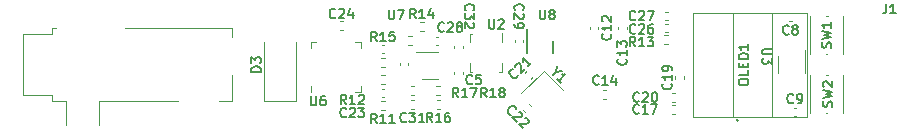
<source format=gto>
G04 #@! TF.GenerationSoftware,KiCad,Pcbnew,(5.99.0-3540-g0818bd05d)*
G04 #@! TF.CreationDate,2020-10-04T20:53:55-07:00*
G04 #@! TF.ProjectId,RT_USB_PD_Soldering_Iron,52545f55-5342-45f5-9044-5f536f6c6465,rev?*
G04 #@! TF.SameCoordinates,PX5f5e100PY7735940*
G04 #@! TF.FileFunction,Legend,Top*
G04 #@! TF.FilePolarity,Positive*
%FSLAX46Y46*%
G04 Gerber Fmt 4.6, Leading zero omitted, Abs format (unit mm)*
G04 Created by KiCad (PCBNEW (5.99.0-3540-g0818bd05d)) date 2020-10-04 20:53:55*
%MOMM*%
%LPD*%
G01*
G04 APERTURE LIST*
%ADD10C,0.150000*%
%ADD11C,0.120000*%
%ADD12C,0.100000*%
G04 APERTURE END LIST*
D10*
G04 #@! TO.C,C21*
X39849381Y-866234D02*
X39849381Y-920109D01*
X39795506Y-1027858D01*
X39741631Y-1081733D01*
X39633882Y-1135608D01*
X39526132Y-1135608D01*
X39445320Y-1108671D01*
X39310633Y-1027858D01*
X39229821Y-947046D01*
X39149009Y-812359D01*
X39122071Y-731547D01*
X39122071Y-623797D01*
X39175946Y-516048D01*
X39229821Y-462173D01*
X39337570Y-408298D01*
X39391445Y-408298D01*
X39606944Y-192799D02*
X39606944Y-138924D01*
X39633882Y-58112D01*
X39768569Y76575D01*
X39849381Y103513D01*
X39903256Y103513D01*
X39984068Y76575D01*
X40037943Y22700D01*
X40091818Y-85049D01*
X40091818Y-731547D01*
X40442004Y-381361D01*
X40980752Y157387D02*
X40657503Y-165861D01*
X40819128Y-4237D02*
X40253442Y561448D01*
X40280380Y426761D01*
X40280380Y319012D01*
X40253442Y238200D01*
G04 #@! TO.C,OLED1*
X58534187Y-1547314D02*
X58534187Y-1394933D01*
X58572283Y-1318742D01*
X58648473Y-1242552D01*
X58800854Y-1204457D01*
X59067521Y-1204457D01*
X59219902Y-1242552D01*
X59296092Y-1318742D01*
X59334187Y-1394933D01*
X59334187Y-1547314D01*
X59296092Y-1623504D01*
X59219902Y-1699695D01*
X59067521Y-1737790D01*
X58800854Y-1737790D01*
X58648473Y-1699695D01*
X58572283Y-1623504D01*
X58534187Y-1547314D01*
X59334187Y-480647D02*
X59334187Y-861599D01*
X58534187Y-861599D01*
X58915140Y-213980D02*
X58915140Y52686D01*
X59334187Y166972D02*
X59334187Y-213980D01*
X58534187Y-213980D01*
X58534187Y166972D01*
X59334187Y509829D02*
X58534187Y509829D01*
X58534187Y700305D01*
X58572283Y814591D01*
X58648473Y890782D01*
X58724663Y928877D01*
X58877044Y966972D01*
X58991330Y966972D01*
X59143711Y928877D01*
X59219902Y890782D01*
X59296092Y814591D01*
X59334187Y700305D01*
X59334187Y509829D01*
X59334187Y1728877D02*
X59334187Y1271734D01*
X59334187Y1500305D02*
X58534187Y1500305D01*
X58648473Y1424115D01*
X58724663Y1347924D01*
X58762759Y1271734D01*
G04 #@! TO.C,J1*
X71033333Y5138096D02*
X71033333Y4566667D01*
X70995238Y4452381D01*
X70919047Y4376191D01*
X70804761Y4338096D01*
X70728571Y4338096D01*
X71833333Y4338096D02*
X71376190Y4338096D01*
X71604761Y4338096D02*
X71604761Y5138096D01*
X71528571Y5023810D01*
X71452380Y4947620D01*
X71376190Y4909524D01*
G04 #@! TO.C,SW1*
X66323809Y1433334D02*
X66361904Y1547620D01*
X66361904Y1738096D01*
X66323809Y1814286D01*
X66285714Y1852381D01*
X66209523Y1890477D01*
X66133333Y1890477D01*
X66057142Y1852381D01*
X66019047Y1814286D01*
X65980952Y1738096D01*
X65942857Y1585715D01*
X65904761Y1509524D01*
X65866666Y1471429D01*
X65790476Y1433334D01*
X65714285Y1433334D01*
X65638095Y1471429D01*
X65600000Y1509524D01*
X65561904Y1585715D01*
X65561904Y1776191D01*
X65600000Y1890477D01*
X65561904Y2157143D02*
X66361904Y2347620D01*
X65790476Y2500000D01*
X66361904Y2652381D01*
X65561904Y2842858D01*
X66361904Y3566667D02*
X66361904Y3109524D01*
X66361904Y3338096D02*
X65561904Y3338096D01*
X65676190Y3261905D01*
X65752380Y3185715D01*
X65790476Y3109524D01*
G04 #@! TO.C,R17*
X34785714Y-2761904D02*
X34519047Y-2380952D01*
X34328571Y-2761904D02*
X34328571Y-1961904D01*
X34633333Y-1961904D01*
X34709523Y-2000000D01*
X34747619Y-2038095D01*
X34785714Y-2114285D01*
X34785714Y-2228571D01*
X34747619Y-2304761D01*
X34709523Y-2342857D01*
X34633333Y-2380952D01*
X34328571Y-2380952D01*
X35547619Y-2761904D02*
X35090476Y-2761904D01*
X35319047Y-2761904D02*
X35319047Y-1961904D01*
X35242857Y-2076190D01*
X35166666Y-2152380D01*
X35090476Y-2190476D01*
X35814285Y-1961904D02*
X36347619Y-1961904D01*
X36004761Y-2761904D01*
G04 #@! TO.C,C8*
X62766666Y2614286D02*
X62728571Y2576191D01*
X62614285Y2538096D01*
X62538095Y2538096D01*
X62423809Y2576191D01*
X62347619Y2652381D01*
X62309523Y2728572D01*
X62271428Y2880953D01*
X62271428Y2995239D01*
X62309523Y3147620D01*
X62347619Y3223810D01*
X62423809Y3300000D01*
X62538095Y3338096D01*
X62614285Y3338096D01*
X62728571Y3300000D01*
X62766666Y3261905D01*
X63223809Y2995239D02*
X63147619Y3033334D01*
X63109523Y3071429D01*
X63071428Y3147620D01*
X63071428Y3185715D01*
X63109523Y3261905D01*
X63147619Y3300000D01*
X63223809Y3338096D01*
X63376190Y3338096D01*
X63452380Y3300000D01*
X63490476Y3261905D01*
X63528571Y3185715D01*
X63528571Y3147620D01*
X63490476Y3071429D01*
X63452380Y3033334D01*
X63376190Y2995239D01*
X63223809Y2995239D01*
X63147619Y2957143D01*
X63109523Y2919048D01*
X63071428Y2842858D01*
X63071428Y2690477D01*
X63109523Y2614286D01*
X63147619Y2576191D01*
X63223809Y2538096D01*
X63376190Y2538096D01*
X63452380Y2576191D01*
X63490476Y2614286D01*
X63528571Y2690477D01*
X63528571Y2842858D01*
X63490476Y2919048D01*
X63452380Y2957143D01*
X63376190Y2995239D01*
G04 #@! TO.C,C12*
X47679423Y2587156D02*
X47717518Y2549061D01*
X47755613Y2434775D01*
X47755613Y2358584D01*
X47717518Y2244299D01*
X47641328Y2168108D01*
X47565137Y2130013D01*
X47412756Y2091918D01*
X47298470Y2091918D01*
X47146089Y2130013D01*
X47069899Y2168108D01*
X46993709Y2244299D01*
X46955613Y2358584D01*
X46955613Y2434775D01*
X46993709Y2549061D01*
X47031804Y2587156D01*
X47755613Y3349061D02*
X47755613Y2891918D01*
X47755613Y3120489D02*
X46955613Y3120489D01*
X47069899Y3044299D01*
X47146089Y2968108D01*
X47184185Y2891918D01*
X47031804Y3653822D02*
X46993709Y3691918D01*
X46955613Y3768108D01*
X46955613Y3958584D01*
X46993709Y4034775D01*
X47031804Y4072870D01*
X47107994Y4110965D01*
X47184185Y4110965D01*
X47298470Y4072870D01*
X47755613Y3615727D01*
X47755613Y4110965D01*
G04 #@! TO.C,C5*
X35966666Y-1585714D02*
X35928571Y-1623809D01*
X35814285Y-1661904D01*
X35738095Y-1661904D01*
X35623809Y-1623809D01*
X35547619Y-1547619D01*
X35509523Y-1471428D01*
X35471428Y-1319047D01*
X35471428Y-1204761D01*
X35509523Y-1052380D01*
X35547619Y-976190D01*
X35623809Y-900000D01*
X35738095Y-861904D01*
X35814285Y-861904D01*
X35928571Y-900000D01*
X35966666Y-938095D01*
X36690476Y-861904D02*
X36309523Y-861904D01*
X36271428Y-1242857D01*
X36309523Y-1204761D01*
X36385714Y-1166666D01*
X36576190Y-1166666D01*
X36652380Y-1204761D01*
X36690476Y-1242857D01*
X36728571Y-1319047D01*
X36728571Y-1509523D01*
X36690476Y-1585714D01*
X36652380Y-1623809D01*
X36576190Y-1661904D01*
X36385714Y-1661904D01*
X36309523Y-1623809D01*
X36271428Y-1585714D01*
G04 #@! TO.C,C20*
X50086769Y-3083841D02*
X50048674Y-3121936D01*
X49934388Y-3160031D01*
X49858197Y-3160031D01*
X49743912Y-3121936D01*
X49667721Y-3045746D01*
X49629626Y-2969555D01*
X49591531Y-2817174D01*
X49591531Y-2702888D01*
X49629626Y-2550507D01*
X49667721Y-2474317D01*
X49743912Y-2398127D01*
X49858197Y-2360031D01*
X49934388Y-2360031D01*
X50048674Y-2398127D01*
X50086769Y-2436222D01*
X50391531Y-2436222D02*
X50429626Y-2398127D01*
X50505816Y-2360031D01*
X50696293Y-2360031D01*
X50772483Y-2398127D01*
X50810578Y-2436222D01*
X50848674Y-2512412D01*
X50848674Y-2588603D01*
X50810578Y-2702888D01*
X50353435Y-3160031D01*
X50848674Y-3160031D01*
X51343912Y-2360031D02*
X51420102Y-2360031D01*
X51496293Y-2398127D01*
X51534388Y-2436222D01*
X51572483Y-2512412D01*
X51610578Y-2664793D01*
X51610578Y-2855269D01*
X51572483Y-3007650D01*
X51534388Y-3083841D01*
X51496293Y-3121936D01*
X51420102Y-3160031D01*
X51343912Y-3160031D01*
X51267721Y-3121936D01*
X51229626Y-3083841D01*
X51191531Y-3007650D01*
X51153435Y-2855269D01*
X51153435Y-2664793D01*
X51191531Y-2512412D01*
X51229626Y-2436222D01*
X51267721Y-2398127D01*
X51343912Y-2360031D01*
G04 #@! TO.C,C24*
X24385714Y4014286D02*
X24347619Y3976191D01*
X24233333Y3938096D01*
X24157142Y3938096D01*
X24042857Y3976191D01*
X23966666Y4052381D01*
X23928571Y4128572D01*
X23890476Y4280953D01*
X23890476Y4395239D01*
X23928571Y4547620D01*
X23966666Y4623810D01*
X24042857Y4700000D01*
X24157142Y4738096D01*
X24233333Y4738096D01*
X24347619Y4700000D01*
X24385714Y4661905D01*
X24690476Y4661905D02*
X24728571Y4700000D01*
X24804761Y4738096D01*
X24995238Y4738096D01*
X25071428Y4700000D01*
X25109523Y4661905D01*
X25147619Y4585715D01*
X25147619Y4509524D01*
X25109523Y4395239D01*
X24652380Y3938096D01*
X25147619Y3938096D01*
X25833333Y4471429D02*
X25833333Y3938096D01*
X25642857Y4776191D02*
X25452380Y4204762D01*
X25947619Y4204762D01*
G04 #@! TO.C,U8*
X41690476Y4638096D02*
X41690476Y3990477D01*
X41728571Y3914286D01*
X41766666Y3876191D01*
X41842857Y3838096D01*
X41995238Y3838096D01*
X42071428Y3876191D01*
X42109523Y3914286D01*
X42147619Y3990477D01*
X42147619Y4638096D01*
X42642857Y4295239D02*
X42566666Y4333334D01*
X42528571Y4371429D01*
X42490476Y4447620D01*
X42490476Y4485715D01*
X42528571Y4561905D01*
X42566666Y4600000D01*
X42642857Y4638096D01*
X42795238Y4638096D01*
X42871428Y4600000D01*
X42909523Y4561905D01*
X42947619Y4485715D01*
X42947619Y4447620D01*
X42909523Y4371429D01*
X42871428Y4333334D01*
X42795238Y4295239D01*
X42642857Y4295239D01*
X42566666Y4257143D01*
X42528571Y4219048D01*
X42490476Y4142858D01*
X42490476Y3990477D01*
X42528571Y3914286D01*
X42566666Y3876191D01*
X42642857Y3838096D01*
X42795238Y3838096D01*
X42871428Y3876191D01*
X42909523Y3914286D01*
X42947619Y3990477D01*
X42947619Y4142858D01*
X42909523Y4219048D01*
X42871428Y4257143D01*
X42795238Y4295239D01*
G04 #@! TO.C,R12*
X25285744Y-3362256D02*
X25019077Y-2981304D01*
X24828601Y-3362256D02*
X24828601Y-2562256D01*
X25133363Y-2562256D01*
X25209553Y-2600352D01*
X25247649Y-2638447D01*
X25285744Y-2714637D01*
X25285744Y-2828923D01*
X25247649Y-2905113D01*
X25209553Y-2943209D01*
X25133363Y-2981304D01*
X24828601Y-2981304D01*
X26047649Y-3362256D02*
X25590506Y-3362256D01*
X25819077Y-3362256D02*
X25819077Y-2562256D01*
X25742887Y-2676542D01*
X25666696Y-2752732D01*
X25590506Y-2790828D01*
X26352410Y-2638447D02*
X26390506Y-2600352D01*
X26466696Y-2562256D01*
X26657172Y-2562256D01*
X26733363Y-2600352D01*
X26771458Y-2638447D01*
X26809553Y-2714637D01*
X26809553Y-2790828D01*
X26771458Y-2905113D01*
X26314315Y-3362256D01*
X26809553Y-3362256D01*
G04 #@! TO.C,SW2*
X66423809Y-3566666D02*
X66461904Y-3452380D01*
X66461904Y-3261904D01*
X66423809Y-3185714D01*
X66385714Y-3147619D01*
X66309523Y-3109523D01*
X66233333Y-3109523D01*
X66157142Y-3147619D01*
X66119047Y-3185714D01*
X66080952Y-3261904D01*
X66042857Y-3414285D01*
X66004761Y-3490476D01*
X65966666Y-3528571D01*
X65890476Y-3566666D01*
X65814285Y-3566666D01*
X65738095Y-3528571D01*
X65700000Y-3490476D01*
X65661904Y-3414285D01*
X65661904Y-3223809D01*
X65700000Y-3109523D01*
X65661904Y-2842857D02*
X66461904Y-2652380D01*
X65890476Y-2500000D01*
X66461904Y-2347619D01*
X65661904Y-2157142D01*
X65738095Y-1890476D02*
X65700000Y-1852380D01*
X65661904Y-1776190D01*
X65661904Y-1585714D01*
X65700000Y-1509523D01*
X65738095Y-1471428D01*
X65814285Y-1433333D01*
X65890476Y-1433333D01*
X66004761Y-1471428D01*
X66461904Y-1928571D01*
X66461904Y-1433333D01*
G04 #@! TO.C,C26*
X49785714Y2698616D02*
X49747619Y2660521D01*
X49633333Y2622426D01*
X49557142Y2622426D01*
X49442857Y2660521D01*
X49366666Y2736711D01*
X49328571Y2812902D01*
X49290476Y2965283D01*
X49290476Y3079569D01*
X49328571Y3231950D01*
X49366666Y3308140D01*
X49442857Y3384330D01*
X49557142Y3422426D01*
X49633333Y3422426D01*
X49747619Y3384330D01*
X49785714Y3346235D01*
X50090476Y3346235D02*
X50128571Y3384330D01*
X50204761Y3422426D01*
X50395238Y3422426D01*
X50471428Y3384330D01*
X50509523Y3346235D01*
X50547619Y3270045D01*
X50547619Y3193854D01*
X50509523Y3079569D01*
X50052380Y2622426D01*
X50547619Y2622426D01*
X51233333Y3422426D02*
X51080952Y3422426D01*
X51004761Y3384330D01*
X50966666Y3346235D01*
X50890476Y3231950D01*
X50852380Y3079569D01*
X50852380Y2774807D01*
X50890476Y2698616D01*
X50928571Y2660521D01*
X51004761Y2622426D01*
X51157142Y2622426D01*
X51233333Y2660521D01*
X51271428Y2698616D01*
X51309523Y2774807D01*
X51309523Y2965283D01*
X51271428Y3041473D01*
X51233333Y3079569D01*
X51157142Y3117664D01*
X51004761Y3117664D01*
X50928571Y3079569D01*
X50890476Y3041473D01*
X50852380Y2965283D01*
G04 #@! TO.C,R18*
X37185714Y-2761904D02*
X36919047Y-2380952D01*
X36728571Y-2761904D02*
X36728571Y-1961904D01*
X37033333Y-1961904D01*
X37109523Y-2000000D01*
X37147619Y-2038095D01*
X37185714Y-2114285D01*
X37185714Y-2228571D01*
X37147619Y-2304761D01*
X37109523Y-2342857D01*
X37033333Y-2380952D01*
X36728571Y-2380952D01*
X37947619Y-2761904D02*
X37490476Y-2761904D01*
X37719047Y-2761904D02*
X37719047Y-1961904D01*
X37642857Y-2076190D01*
X37566666Y-2152380D01*
X37490476Y-2190476D01*
X38404761Y-2304761D02*
X38328571Y-2266666D01*
X38290476Y-2228571D01*
X38252380Y-2152380D01*
X38252380Y-2114285D01*
X38290476Y-2038095D01*
X38328571Y-2000000D01*
X38404761Y-1961904D01*
X38557142Y-1961904D01*
X38633333Y-2000000D01*
X38671428Y-2038095D01*
X38709523Y-2114285D01*
X38709523Y-2152380D01*
X38671428Y-2228571D01*
X38633333Y-2266666D01*
X38557142Y-2304761D01*
X38404761Y-2304761D01*
X38328571Y-2342857D01*
X38290476Y-2380952D01*
X38252380Y-2457142D01*
X38252380Y-2609523D01*
X38290476Y-2685714D01*
X38328571Y-2723809D01*
X38404761Y-2761904D01*
X38557142Y-2761904D01*
X38633333Y-2723809D01*
X38671428Y-2685714D01*
X38709523Y-2609523D01*
X38709523Y-2457142D01*
X38671428Y-2380952D01*
X38633333Y-2342857D01*
X38557142Y-2304761D01*
G04 #@! TO.C,D3*
X18061904Y-590476D02*
X17261904Y-590476D01*
X17261904Y-400000D01*
X17300000Y-285714D01*
X17376190Y-209523D01*
X17452380Y-171428D01*
X17604761Y-133333D01*
X17719047Y-133333D01*
X17871428Y-171428D01*
X17947619Y-209523D01*
X18023809Y-285714D01*
X18061904Y-400000D01*
X18061904Y-590476D01*
X17261904Y133334D02*
X17261904Y628572D01*
X17566666Y361905D01*
X17566666Y476191D01*
X17604761Y552381D01*
X17642857Y590477D01*
X17719047Y628572D01*
X17909523Y628572D01*
X17985714Y590477D01*
X18023809Y552381D01*
X18061904Y476191D01*
X18061904Y247620D01*
X18023809Y171429D01*
X17985714Y133334D01*
G04 #@! TO.C,U6*
X22290476Y-2661904D02*
X22290476Y-3309523D01*
X22328571Y-3385714D01*
X22366666Y-3423809D01*
X22442857Y-3461904D01*
X22595238Y-3461904D01*
X22671428Y-3423809D01*
X22709523Y-3385714D01*
X22747619Y-3309523D01*
X22747619Y-2661904D01*
X23471428Y-2661904D02*
X23319047Y-2661904D01*
X23242857Y-2700000D01*
X23204761Y-2738095D01*
X23128571Y-2852380D01*
X23090476Y-3004761D01*
X23090476Y-3309523D01*
X23128571Y-3385714D01*
X23166666Y-3423809D01*
X23242857Y-3461904D01*
X23395238Y-3461904D01*
X23471428Y-3423809D01*
X23509523Y-3385714D01*
X23547619Y-3309523D01*
X23547619Y-3119047D01*
X23509523Y-3042857D01*
X23471428Y-3004761D01*
X23395238Y-2966666D01*
X23242857Y-2966666D01*
X23166666Y-3004761D01*
X23128571Y-3042857D01*
X23090476Y-3119047D01*
G04 #@! TO.C,R11*
X27885714Y-4961904D02*
X27619047Y-4580952D01*
X27428571Y-4961904D02*
X27428571Y-4161904D01*
X27733333Y-4161904D01*
X27809523Y-4200000D01*
X27847619Y-4238095D01*
X27885714Y-4314285D01*
X27885714Y-4428571D01*
X27847619Y-4504761D01*
X27809523Y-4542857D01*
X27733333Y-4580952D01*
X27428571Y-4580952D01*
X28647619Y-4961904D02*
X28190476Y-4961904D01*
X28419047Y-4961904D02*
X28419047Y-4161904D01*
X28342857Y-4276190D01*
X28266666Y-4352380D01*
X28190476Y-4390476D01*
X29409523Y-4961904D02*
X28952380Y-4961904D01*
X29180952Y-4961904D02*
X29180952Y-4161904D01*
X29104761Y-4276190D01*
X29028571Y-4352380D01*
X28952380Y-4390476D01*
G04 #@! TO.C,C13*
X48985714Y485715D02*
X49023809Y447620D01*
X49061904Y333334D01*
X49061904Y257143D01*
X49023809Y142858D01*
X48947619Y66667D01*
X48871428Y28572D01*
X48719047Y-9523D01*
X48604761Y-9523D01*
X48452380Y28572D01*
X48376190Y66667D01*
X48300000Y142858D01*
X48261904Y257143D01*
X48261904Y333334D01*
X48300000Y447620D01*
X48338095Y485715D01*
X49061904Y1247620D02*
X49061904Y790477D01*
X49061904Y1019048D02*
X48261904Y1019048D01*
X48376190Y942858D01*
X48452380Y866667D01*
X48490476Y790477D01*
X48261904Y1514286D02*
X48261904Y2009524D01*
X48566666Y1742858D01*
X48566666Y1857143D01*
X48604761Y1933334D01*
X48642857Y1971429D01*
X48719047Y2009524D01*
X48909523Y2009524D01*
X48985714Y1971429D01*
X49023809Y1933334D01*
X49061904Y1857143D01*
X49061904Y1628572D01*
X49023809Y1552381D01*
X48985714Y1514286D01*
G04 #@! TO.C,C23*
X25285797Y-4385693D02*
X25247702Y-4423788D01*
X25133416Y-4461883D01*
X25057225Y-4461883D01*
X24942940Y-4423788D01*
X24866749Y-4347598D01*
X24828654Y-4271407D01*
X24790559Y-4119026D01*
X24790559Y-4004740D01*
X24828654Y-3852359D01*
X24866749Y-3776169D01*
X24942940Y-3699979D01*
X25057225Y-3661883D01*
X25133416Y-3661883D01*
X25247702Y-3699979D01*
X25285797Y-3738074D01*
X25590559Y-3738074D02*
X25628654Y-3699979D01*
X25704844Y-3661883D01*
X25895321Y-3661883D01*
X25971511Y-3699979D01*
X26009606Y-3738074D01*
X26047702Y-3814264D01*
X26047702Y-3890455D01*
X26009606Y-4004740D01*
X25552463Y-4461883D01*
X26047702Y-4461883D01*
X26314368Y-3661883D02*
X26809606Y-3661883D01*
X26542940Y-3966645D01*
X26657225Y-3966645D01*
X26733416Y-4004740D01*
X26771511Y-4042836D01*
X26809606Y-4119026D01*
X26809606Y-4309502D01*
X26771511Y-4385693D01*
X26733416Y-4423788D01*
X26657225Y-4461883D01*
X26428654Y-4461883D01*
X26352463Y-4423788D01*
X26314368Y-4385693D01*
G04 #@! TO.C,R13*
X49785714Y1538096D02*
X49519047Y1919048D01*
X49328571Y1538096D02*
X49328571Y2338096D01*
X49633333Y2338096D01*
X49709523Y2300000D01*
X49747619Y2261905D01*
X49785714Y2185715D01*
X49785714Y2071429D01*
X49747619Y1995239D01*
X49709523Y1957143D01*
X49633333Y1919048D01*
X49328571Y1919048D01*
X50547619Y1538096D02*
X50090476Y1538096D01*
X50319047Y1538096D02*
X50319047Y2338096D01*
X50242857Y2223810D01*
X50166666Y2147620D01*
X50090476Y2109524D01*
X50814285Y2338096D02*
X51309523Y2338096D01*
X51042857Y2033334D01*
X51157142Y2033334D01*
X51233333Y1995239D01*
X51271428Y1957143D01*
X51309523Y1880953D01*
X51309523Y1690477D01*
X51271428Y1614286D01*
X51233333Y1576191D01*
X51157142Y1538096D01*
X50928571Y1538096D01*
X50852380Y1576191D01*
X50814285Y1614286D01*
G04 #@! TO.C,U7*
X28890476Y4638096D02*
X28890476Y3990477D01*
X28928571Y3914286D01*
X28966666Y3876191D01*
X29042857Y3838096D01*
X29195238Y3838096D01*
X29271428Y3876191D01*
X29309523Y3914286D01*
X29347619Y3990477D01*
X29347619Y4638096D01*
X29652380Y4638096D02*
X30185714Y4638096D01*
X29842857Y3838096D01*
G04 #@! TO.C,U3*
X61338095Y1309524D02*
X60690476Y1309524D01*
X60614285Y1271429D01*
X60576190Y1233334D01*
X60538095Y1157143D01*
X60538095Y1004762D01*
X60576190Y928572D01*
X60614285Y890477D01*
X60690476Y852381D01*
X61338095Y852381D01*
X61338095Y547620D02*
X61338095Y52381D01*
X61033333Y319048D01*
X61033333Y204762D01*
X60995238Y128572D01*
X60957142Y90477D01*
X60880952Y52381D01*
X60690476Y52381D01*
X60614285Y90477D01*
X60576190Y128572D01*
X60538095Y204762D01*
X60538095Y433334D01*
X60576190Y509524D01*
X60614285Y547620D01*
G04 #@! TO.C,C32*
X35414285Y4614286D02*
X35376190Y4652381D01*
X35338095Y4766667D01*
X35338095Y4842858D01*
X35376190Y4957143D01*
X35452380Y5033334D01*
X35528571Y5071429D01*
X35680952Y5109524D01*
X35795238Y5109524D01*
X35947619Y5071429D01*
X36023809Y5033334D01*
X36100000Y4957143D01*
X36138095Y4842858D01*
X36138095Y4766667D01*
X36100000Y4652381D01*
X36061904Y4614286D01*
X36138095Y4347620D02*
X36138095Y3852381D01*
X35833333Y4119048D01*
X35833333Y4004762D01*
X35795238Y3928572D01*
X35757142Y3890477D01*
X35680952Y3852381D01*
X35490476Y3852381D01*
X35414285Y3890477D01*
X35376190Y3928572D01*
X35338095Y4004762D01*
X35338095Y4233334D01*
X35376190Y4309524D01*
X35414285Y4347620D01*
X36061904Y3547620D02*
X36100000Y3509524D01*
X36138095Y3433334D01*
X36138095Y3242858D01*
X36100000Y3166667D01*
X36061904Y3128572D01*
X35985714Y3090477D01*
X35909523Y3090477D01*
X35795238Y3128572D01*
X35338095Y3585715D01*
X35338095Y3090477D01*
G04 #@! TO.C,R14*
X31197790Y3910244D02*
X30931123Y4291196D01*
X30740647Y3910244D02*
X30740647Y4710244D01*
X31045409Y4710244D01*
X31121599Y4672148D01*
X31159695Y4634053D01*
X31197790Y4557863D01*
X31197790Y4443577D01*
X31159695Y4367387D01*
X31121599Y4329291D01*
X31045409Y4291196D01*
X30740647Y4291196D01*
X31959695Y3910244D02*
X31502552Y3910244D01*
X31731123Y3910244D02*
X31731123Y4710244D01*
X31654933Y4595958D01*
X31578742Y4519768D01*
X31502552Y4481672D01*
X32645409Y4443577D02*
X32645409Y3910244D01*
X32454933Y4748339D02*
X32264456Y4176910D01*
X32759695Y4176910D01*
G04 #@! TO.C,C31*
X30385714Y-4785714D02*
X30347619Y-4823809D01*
X30233333Y-4861904D01*
X30157142Y-4861904D01*
X30042857Y-4823809D01*
X29966666Y-4747619D01*
X29928571Y-4671428D01*
X29890476Y-4519047D01*
X29890476Y-4404761D01*
X29928571Y-4252380D01*
X29966666Y-4176190D01*
X30042857Y-4100000D01*
X30157142Y-4061904D01*
X30233333Y-4061904D01*
X30347619Y-4100000D01*
X30385714Y-4138095D01*
X30652380Y-4061904D02*
X31147619Y-4061904D01*
X30880952Y-4366666D01*
X30995238Y-4366666D01*
X31071428Y-4404761D01*
X31109523Y-4442857D01*
X31147619Y-4519047D01*
X31147619Y-4709523D01*
X31109523Y-4785714D01*
X31071428Y-4823809D01*
X30995238Y-4861904D01*
X30766666Y-4861904D01*
X30690476Y-4823809D01*
X30652380Y-4785714D01*
X31909523Y-4861904D02*
X31452380Y-4861904D01*
X31680952Y-4861904D02*
X31680952Y-4061904D01*
X31604761Y-4176190D01*
X31528571Y-4252380D01*
X31452380Y-4290476D01*
G04 #@! TO.C,C19*
X52785714Y-1614285D02*
X52823809Y-1652380D01*
X52861904Y-1766666D01*
X52861904Y-1842857D01*
X52823809Y-1957142D01*
X52747619Y-2033333D01*
X52671428Y-2071428D01*
X52519047Y-2109523D01*
X52404761Y-2109523D01*
X52252380Y-2071428D01*
X52176190Y-2033333D01*
X52100000Y-1957142D01*
X52061904Y-1842857D01*
X52061904Y-1766666D01*
X52100000Y-1652380D01*
X52138095Y-1614285D01*
X52861904Y-852380D02*
X52861904Y-1309523D01*
X52861904Y-1080952D02*
X52061904Y-1080952D01*
X52176190Y-1157142D01*
X52252380Y-1233333D01*
X52290476Y-1309523D01*
X52861904Y-471428D02*
X52861904Y-319047D01*
X52823809Y-242857D01*
X52785714Y-204761D01*
X52671428Y-128571D01*
X52519047Y-90476D01*
X52214285Y-90476D01*
X52138095Y-128571D01*
X52100000Y-166666D01*
X52061904Y-242857D01*
X52061904Y-395238D01*
X52100000Y-471428D01*
X52138095Y-509523D01*
X52214285Y-547619D01*
X52404761Y-547619D01*
X52480952Y-509523D01*
X52519047Y-471428D01*
X52557142Y-395238D01*
X52557142Y-242857D01*
X52519047Y-166666D01*
X52480952Y-128571D01*
X52404761Y-90476D01*
G04 #@! TO.C,C29*
X39614285Y4614286D02*
X39576190Y4652381D01*
X39538095Y4766667D01*
X39538095Y4842858D01*
X39576190Y4957143D01*
X39652380Y5033334D01*
X39728571Y5071429D01*
X39880952Y5109524D01*
X39995238Y5109524D01*
X40147619Y5071429D01*
X40223809Y5033334D01*
X40300000Y4957143D01*
X40338095Y4842858D01*
X40338095Y4766667D01*
X40300000Y4652381D01*
X40261904Y4614286D01*
X40261904Y4309524D02*
X40300000Y4271429D01*
X40338095Y4195239D01*
X40338095Y4004762D01*
X40300000Y3928572D01*
X40261904Y3890477D01*
X40185714Y3852381D01*
X40109523Y3852381D01*
X39995238Y3890477D01*
X39538095Y4347620D01*
X39538095Y3852381D01*
X39538095Y3471429D02*
X39538095Y3319048D01*
X39576190Y3242858D01*
X39614285Y3204762D01*
X39728571Y3128572D01*
X39880952Y3090477D01*
X40185714Y3090477D01*
X40261904Y3128572D01*
X40300000Y3166667D01*
X40338095Y3242858D01*
X40338095Y3395239D01*
X40300000Y3471429D01*
X40261904Y3509524D01*
X40185714Y3547620D01*
X39995238Y3547620D01*
X39919047Y3509524D01*
X39880952Y3471429D01*
X39842857Y3395239D01*
X39842857Y3242858D01*
X39880952Y3166667D01*
X39919047Y3128572D01*
X39995238Y3090477D01*
G04 #@! TO.C,C17*
X50087115Y-4092030D02*
X50049020Y-4130125D01*
X49934734Y-4168220D01*
X49858543Y-4168220D01*
X49744258Y-4130125D01*
X49668067Y-4053935D01*
X49629972Y-3977744D01*
X49591877Y-3825363D01*
X49591877Y-3711077D01*
X49629972Y-3558696D01*
X49668067Y-3482506D01*
X49744258Y-3406316D01*
X49858543Y-3368220D01*
X49934734Y-3368220D01*
X50049020Y-3406316D01*
X50087115Y-3444411D01*
X50849020Y-4168220D02*
X50391877Y-4168220D01*
X50620448Y-4168220D02*
X50620448Y-3368220D01*
X50544258Y-3482506D01*
X50468067Y-3558696D01*
X50391877Y-3596792D01*
X51115686Y-3368220D02*
X51649020Y-3368220D01*
X51306162Y-4168220D01*
G04 #@! TO.C,C27*
X49785714Y3827879D02*
X49747619Y3789784D01*
X49633333Y3751689D01*
X49557142Y3751689D01*
X49442857Y3789784D01*
X49366666Y3865974D01*
X49328571Y3942165D01*
X49290476Y4094546D01*
X49290476Y4208832D01*
X49328571Y4361213D01*
X49366666Y4437403D01*
X49442857Y4513593D01*
X49557142Y4551689D01*
X49633333Y4551689D01*
X49747619Y4513593D01*
X49785714Y4475498D01*
X50090476Y4475498D02*
X50128571Y4513593D01*
X50204761Y4551689D01*
X50395238Y4551689D01*
X50471428Y4513593D01*
X50509523Y4475498D01*
X50547619Y4399308D01*
X50547619Y4323117D01*
X50509523Y4208832D01*
X50052380Y3751689D01*
X50547619Y3751689D01*
X50814285Y4551689D02*
X51347619Y4551689D01*
X51004761Y3751689D01*
G04 #@! TO.C,U2*
X37390476Y3838096D02*
X37390476Y3190477D01*
X37428571Y3114286D01*
X37466666Y3076191D01*
X37542857Y3038096D01*
X37695238Y3038096D01*
X37771428Y3076191D01*
X37809523Y3114286D01*
X37847619Y3190477D01*
X37847619Y3838096D01*
X38190476Y3761905D02*
X38228571Y3800000D01*
X38304761Y3838096D01*
X38495238Y3838096D01*
X38571428Y3800000D01*
X38609523Y3761905D01*
X38647619Y3685715D01*
X38647619Y3609524D01*
X38609523Y3495239D01*
X38152380Y3038096D01*
X38647619Y3038096D01*
G04 #@! TO.C,Y1*
X43050185Y-617199D02*
X42780811Y-886573D01*
X43157935Y-132326D02*
X43050185Y-617199D01*
X43535058Y-509449D01*
X43454246Y-1560008D02*
X43130997Y-1236759D01*
X43292622Y-1398383D02*
X43858307Y-832698D01*
X43723620Y-859635D01*
X43615871Y-859635D01*
X43535058Y-832698D01*
G04 #@! TO.C,R15*
X27885714Y1967517D02*
X27619047Y2348469D01*
X27428571Y1967517D02*
X27428571Y2767517D01*
X27733333Y2767517D01*
X27809523Y2729421D01*
X27847619Y2691326D01*
X27885714Y2615136D01*
X27885714Y2500850D01*
X27847619Y2424660D01*
X27809523Y2386564D01*
X27733333Y2348469D01*
X27428571Y2348469D01*
X28647619Y1967517D02*
X28190476Y1967517D01*
X28419047Y1967517D02*
X28419047Y2767517D01*
X28342857Y2653231D01*
X28266666Y2577041D01*
X28190476Y2538945D01*
X29371428Y2767517D02*
X28990476Y2767517D01*
X28952380Y2386564D01*
X28990476Y2424660D01*
X29066666Y2462755D01*
X29257142Y2462755D01*
X29333333Y2424660D01*
X29371428Y2386564D01*
X29409523Y2310374D01*
X29409523Y2119898D01*
X29371428Y2043707D01*
X29333333Y2005612D01*
X29257142Y1967517D01*
X29066666Y1967517D01*
X28990476Y2005612D01*
X28952380Y2043707D01*
G04 #@! TO.C,C28*
X33585714Y2843707D02*
X33547619Y2805612D01*
X33433333Y2767517D01*
X33357142Y2767517D01*
X33242857Y2805612D01*
X33166666Y2881802D01*
X33128571Y2957993D01*
X33090476Y3110374D01*
X33090476Y3224660D01*
X33128571Y3377041D01*
X33166666Y3453231D01*
X33242857Y3529421D01*
X33357142Y3567517D01*
X33433333Y3567517D01*
X33547619Y3529421D01*
X33585714Y3491326D01*
X33890476Y3491326D02*
X33928571Y3529421D01*
X34004761Y3567517D01*
X34195238Y3567517D01*
X34271428Y3529421D01*
X34309523Y3491326D01*
X34347619Y3415136D01*
X34347619Y3338945D01*
X34309523Y3224660D01*
X33852380Y2767517D01*
X34347619Y2767517D01*
X34804761Y3224660D02*
X34728571Y3262755D01*
X34690476Y3300850D01*
X34652380Y3377041D01*
X34652380Y3415136D01*
X34690476Y3491326D01*
X34728571Y3529421D01*
X34804761Y3567517D01*
X34957142Y3567517D01*
X35033333Y3529421D01*
X35071428Y3491326D01*
X35109523Y3415136D01*
X35109523Y3377041D01*
X35071428Y3300850D01*
X35033333Y3262755D01*
X34957142Y3224660D01*
X34804761Y3224660D01*
X34728571Y3186564D01*
X34690476Y3148469D01*
X34652380Y3072279D01*
X34652380Y2919898D01*
X34690476Y2843707D01*
X34728571Y2805612D01*
X34804761Y2767517D01*
X34957142Y2767517D01*
X35033333Y2805612D01*
X35071428Y2843707D01*
X35109523Y2919898D01*
X35109523Y3072279D01*
X35071428Y3148469D01*
X35033333Y3186564D01*
X34957142Y3224660D01*
G04 #@! TO.C,C22*
X39234314Y-4238375D02*
X39180439Y-4238375D01*
X39072690Y-4184500D01*
X39018815Y-4130625D01*
X38964940Y-4022876D01*
X38964940Y-3915126D01*
X38991877Y-3834314D01*
X39072690Y-3699627D01*
X39153502Y-3618815D01*
X39288189Y-3538003D01*
X39369001Y-3511065D01*
X39476751Y-3511065D01*
X39584500Y-3564940D01*
X39638375Y-3618815D01*
X39692250Y-3726564D01*
X39692250Y-3780439D01*
X39907749Y-3995938D02*
X39961624Y-3995938D01*
X40042436Y-4022876D01*
X40177123Y-4157563D01*
X40204061Y-4238375D01*
X40204061Y-4292250D01*
X40177123Y-4373062D01*
X40123248Y-4426937D01*
X40015499Y-4480812D01*
X39369001Y-4480812D01*
X39719187Y-4830998D01*
X40446497Y-4534687D02*
X40500372Y-4534687D01*
X40581184Y-4561624D01*
X40715871Y-4696311D01*
X40742809Y-4777123D01*
X40742809Y-4830998D01*
X40715871Y-4911810D01*
X40661996Y-4965685D01*
X40554247Y-5019560D01*
X39907749Y-5019560D01*
X40257935Y-5369746D01*
G04 #@! TO.C,C14*
X46666562Y-1635086D02*
X46628467Y-1673181D01*
X46514181Y-1711276D01*
X46437990Y-1711276D01*
X46323705Y-1673181D01*
X46247514Y-1596991D01*
X46209419Y-1520800D01*
X46171324Y-1368419D01*
X46171324Y-1254133D01*
X46209419Y-1101752D01*
X46247514Y-1025562D01*
X46323705Y-949372D01*
X46437990Y-911276D01*
X46514181Y-911276D01*
X46628467Y-949372D01*
X46666562Y-987467D01*
X47428467Y-1711276D02*
X46971324Y-1711276D01*
X47199895Y-1711276D02*
X47199895Y-911276D01*
X47123705Y-1025562D01*
X47047514Y-1101752D01*
X46971324Y-1139848D01*
X48114181Y-1177943D02*
X48114181Y-1711276D01*
X47923705Y-873181D02*
X47733228Y-1444610D01*
X48228467Y-1444610D01*
G04 #@! TO.C,C9*
X63157010Y-3206959D02*
X63118915Y-3245054D01*
X63004629Y-3283149D01*
X62928439Y-3283149D01*
X62814153Y-3245054D01*
X62737963Y-3168864D01*
X62699867Y-3092673D01*
X62661772Y-2940292D01*
X62661772Y-2826006D01*
X62699867Y-2673625D01*
X62737963Y-2597435D01*
X62814153Y-2521245D01*
X62928439Y-2483149D01*
X63004629Y-2483149D01*
X63118915Y-2521245D01*
X63157010Y-2559340D01*
X63537963Y-3283149D02*
X63690344Y-3283149D01*
X63766534Y-3245054D01*
X63804629Y-3206959D01*
X63880820Y-3092673D01*
X63918915Y-2940292D01*
X63918915Y-2635530D01*
X63880820Y-2559340D01*
X63842724Y-2521245D01*
X63766534Y-2483149D01*
X63614153Y-2483149D01*
X63537963Y-2521245D01*
X63499867Y-2559340D01*
X63461772Y-2635530D01*
X63461772Y-2826006D01*
X63499867Y-2902197D01*
X63537963Y-2940292D01*
X63614153Y-2978387D01*
X63766534Y-2978387D01*
X63842724Y-2940292D01*
X63880820Y-2902197D01*
X63918915Y-2826006D01*
G04 #@! TO.C,R16*
X32585714Y-4861904D02*
X32319047Y-4480952D01*
X32128571Y-4861904D02*
X32128571Y-4061904D01*
X32433333Y-4061904D01*
X32509523Y-4100000D01*
X32547619Y-4138095D01*
X32585714Y-4214285D01*
X32585714Y-4328571D01*
X32547619Y-4404761D01*
X32509523Y-4442857D01*
X32433333Y-4480952D01*
X32128571Y-4480952D01*
X33347619Y-4861904D02*
X32890476Y-4861904D01*
X33119047Y-4861904D02*
X33119047Y-4061904D01*
X33042857Y-4176190D01*
X32966666Y-4252380D01*
X32890476Y-4290476D01*
X34033333Y-4061904D02*
X33880952Y-4061904D01*
X33804761Y-4100000D01*
X33766666Y-4138095D01*
X33690476Y-4252380D01*
X33652380Y-4404761D01*
X33652380Y-4709523D01*
X33690476Y-4785714D01*
X33728571Y-4823809D01*
X33804761Y-4861904D01*
X33957142Y-4861904D01*
X34033333Y-4823809D01*
X34071428Y-4785714D01*
X34109523Y-4709523D01*
X34109523Y-4519047D01*
X34071428Y-4442857D01*
X34033333Y-4404761D01*
X33957142Y-4366666D01*
X33804761Y-4366666D01*
X33728571Y-4404761D01*
X33690476Y-4442857D01*
X33652380Y-4519047D01*
D11*
G04 #@! TO.C,R10*
X28246359Y580000D02*
X28553641Y580000D01*
X28246359Y-180000D02*
X28553641Y-180000D01*
G04 #@! TO.C,C21*
X40916154Y-1245490D02*
X41068657Y-1092987D01*
X40407037Y-736373D02*
X40559540Y-583870D01*
G04 #@! TO.C,OLED1*
X58022283Y-4404457D02*
X54622283Y-4404457D01*
X58022283Y4395543D02*
X64322283Y4395543D01*
X58022283Y4395543D02*
X54622283Y4395543D01*
X61322283Y4395543D02*
X61322283Y-4404457D01*
X64322283Y-4404457D02*
X64322283Y4395543D01*
X54622283Y-4404457D02*
X54622283Y4395543D01*
X64322283Y-4404457D02*
X58022283Y-4404457D01*
X58022283Y-4404457D02*
X58022283Y4395543D01*
X58522283Y-4704457D02*
G75*
G03*
X58522283Y-4704457I-100000J0D01*
G01*
G04 #@! TO.C,SW1*
X66000000Y900000D02*
X65900000Y900000D01*
X64600000Y4100000D02*
X64600000Y900000D01*
X67400000Y900000D02*
X67400000Y4100000D01*
X66050000Y4100000D02*
X65950000Y4100000D01*
G04 #@! TO.C,R17*
X30746359Y-1816942D02*
X31053641Y-1816942D01*
X30746359Y-2576942D02*
X31053641Y-2576942D01*
G04 #@! TO.C,C8*
X63007836Y4380232D02*
X62792164Y4380232D01*
X63007836Y3660232D02*
X62792164Y3660232D01*
G04 #@! TO.C,C12*
X46653709Y3209277D02*
X46653709Y2993605D01*
X45933709Y3209277D02*
X45933709Y2993605D01*
G04 #@! TO.C,C5*
X34440000Y-807836D02*
X34440000Y-592164D01*
X35160000Y-807836D02*
X35160000Y-592164D01*
G04 #@! TO.C,C20*
X52892164Y-3160000D02*
X53107836Y-3160000D01*
X52892164Y-2440000D02*
X53107836Y-2440000D01*
G04 #@! TO.C,C24*
X25007836Y3660000D02*
X24792164Y3660000D01*
X25007836Y2940000D02*
X24792164Y2940000D01*
D10*
G04 #@! TO.C,U8*
X40647498Y3000000D02*
X40647498Y1000000D01*
X42847498Y2000000D02*
X42847498Y1000000D01*
D11*
G04 #@! TO.C,R12*
X28246359Y-920000D02*
X28553641Y-920000D01*
X28246359Y-1680000D02*
X28553641Y-1680000D01*
G04 #@! TO.C,SW2*
X67400000Y-4100000D02*
X67400000Y-900000D01*
X66000000Y-4100000D02*
X65900000Y-4100000D01*
X66050000Y-900000D02*
X65950000Y-900000D01*
X64600000Y-900000D02*
X64600000Y-4100000D01*
G04 #@! TO.C,C26*
X52292164Y2740000D02*
X52507836Y2740000D01*
X52292164Y3460000D02*
X52507836Y3460000D01*
G04 #@! TO.C,J2*
X400000Y-3100000D02*
X400000Y-2600000D01*
X4400000Y-3100000D02*
X4400000Y-5100000D01*
X6600000Y3100000D02*
X15600000Y3100000D01*
X1600000Y-3100000D02*
X1600000Y-5100000D01*
X-2100000Y2600000D02*
X400000Y2600000D01*
X400000Y3100000D02*
X700000Y3100000D01*
X15600000Y3100000D02*
X15600000Y2350000D01*
X400000Y-2600000D02*
X-2100000Y-2600000D01*
X15600000Y-850000D02*
X15600000Y-3100000D01*
X11100000Y-3100000D02*
X4400000Y-3100000D01*
X15600000Y-3100000D02*
X14500000Y-3100000D01*
X1600000Y-3100000D02*
X400000Y-3100000D01*
X400000Y2600000D02*
X400000Y3100000D01*
X-2100000Y-2600000D02*
X-2100000Y2600000D01*
G04 #@! TO.C,R18*
X32937779Y-2587487D02*
X33245061Y-2587487D01*
X32937779Y-1827487D02*
X33245061Y-1827487D01*
G04 #@! TO.C,D3*
X21060000Y-3080000D02*
X21060000Y1900000D01*
X18340000Y-3080000D02*
X21060000Y-3080000D01*
X18340000Y-3080000D02*
X18340000Y1900000D01*
G04 #@! TO.C,U6*
X26510000Y-1835000D02*
X26510000Y-2310000D01*
X26510000Y-2310000D02*
X26035000Y-2310000D01*
X26510000Y1910000D02*
X26035000Y1910000D01*
X22290000Y1435000D02*
X22290000Y1910000D01*
X22290000Y1910000D02*
X22765000Y1910000D01*
X26510000Y1435000D02*
X26510000Y1910000D01*
X22290000Y-1835000D02*
X22290000Y-2310000D01*
G04 #@! TO.C,R11*
X28246359Y-3120000D02*
X28553641Y-3120000D01*
X28246359Y-3880000D02*
X28553641Y-3880000D01*
G04 #@! TO.C,C13*
X49065199Y3198652D02*
X49065199Y2982980D01*
X48345199Y3198652D02*
X48345199Y2982980D01*
G04 #@! TO.C,C23*
X28507836Y-2760000D02*
X28292164Y-2760000D01*
X28507836Y-2040000D02*
X28292164Y-2040000D01*
G04 #@! TO.C,C30*
X30560000Y157836D02*
X30560000Y-57836D01*
X29840000Y157836D02*
X29840000Y-57836D01*
G04 #@! TO.C,R13*
X52246359Y1720000D02*
X52553641Y1720000D01*
X52246359Y2480000D02*
X52553641Y2480000D01*
G04 #@! TO.C,U7*
X31710396Y-1261213D02*
X33110396Y-1261213D01*
X33110396Y1058787D02*
X31210396Y1058787D01*
G04 #@! TO.C,C25*
X28507836Y1660000D02*
X28292164Y1660000D01*
X28507836Y940000D02*
X28292164Y940000D01*
G04 #@! TO.C,U3*
X64160000Y-700000D02*
X64160000Y1200000D01*
X61840000Y700000D02*
X61840000Y-700000D01*
G04 #@! TO.C,C32*
X34440000Y1607836D02*
X34440000Y1392164D01*
X35160000Y1607836D02*
X35160000Y1392164D01*
G04 #@! TO.C,R14*
X31558435Y3580000D02*
X31865717Y3580000D01*
X31558435Y2820000D02*
X31865717Y2820000D01*
G04 #@! TO.C,C31*
X31005717Y-3037652D02*
X30790045Y-3037652D01*
X31005717Y-3757652D02*
X30790045Y-3757652D01*
G04 #@! TO.C,C19*
X53140000Y-1207836D02*
X53140000Y-992164D01*
X53860000Y-1207836D02*
X53860000Y-992164D01*
G04 #@! TO.C,C29*
X40307498Y2107836D02*
X40307498Y1892164D01*
X39587498Y2107836D02*
X39587498Y1892164D01*
G04 #@! TO.C,C17*
X53107836Y-3440000D02*
X52892164Y-3440000D01*
X53107836Y-4160000D02*
X52892164Y-4160000D01*
G04 #@! TO.C,C27*
X52292164Y3740000D02*
X52507836Y3740000D01*
X52292164Y4460000D02*
X52507836Y4460000D01*
D12*
G04 #@! TO.C,U2*
X38450000Y120000D02*
X38450000Y-600000D01*
X38450000Y-600000D02*
X38230000Y-600000D01*
X35750000Y2600000D02*
X35750000Y1880000D01*
X35750000Y-600000D02*
X35750000Y120000D01*
X38450000Y2700000D02*
X38450000Y1880000D01*
X35970000Y-600000D02*
X35750000Y-600000D01*
X35750000Y2600000D02*
X35970000Y2600000D01*
D11*
G04 #@! TO.C,Y1*
X42041421Y-532233D02*
X40132233Y-2441421D01*
X43667767Y-2158579D02*
X42041421Y-532233D01*
G04 #@! TO.C,R15*
X30853641Y1620000D02*
X30546359Y1620000D01*
X30853641Y2380000D02*
X30546359Y2380000D01*
G04 #@! TO.C,C28*
X33107836Y1640000D02*
X32892164Y1640000D01*
X33107836Y2360000D02*
X32892164Y2360000D01*
G04 #@! TO.C,C22*
X40764308Y-3369190D02*
X40916811Y-3521693D01*
X40255191Y-3878307D02*
X40407694Y-4030810D01*
G04 #@! TO.C,C14*
X47073012Y-2159372D02*
X47288684Y-2159372D01*
X47073012Y-2879372D02*
X47288684Y-2879372D01*
G04 #@! TO.C,C9*
X63398180Y-3661245D02*
X63182508Y-3661245D01*
X63398180Y-4381245D02*
X63182508Y-4381245D01*
G04 #@! TO.C,R16*
X33253641Y-3775540D02*
X32946359Y-3775540D01*
X33253641Y-3015540D02*
X32946359Y-3015540D01*
G04 #@! TD*
M02*

</source>
